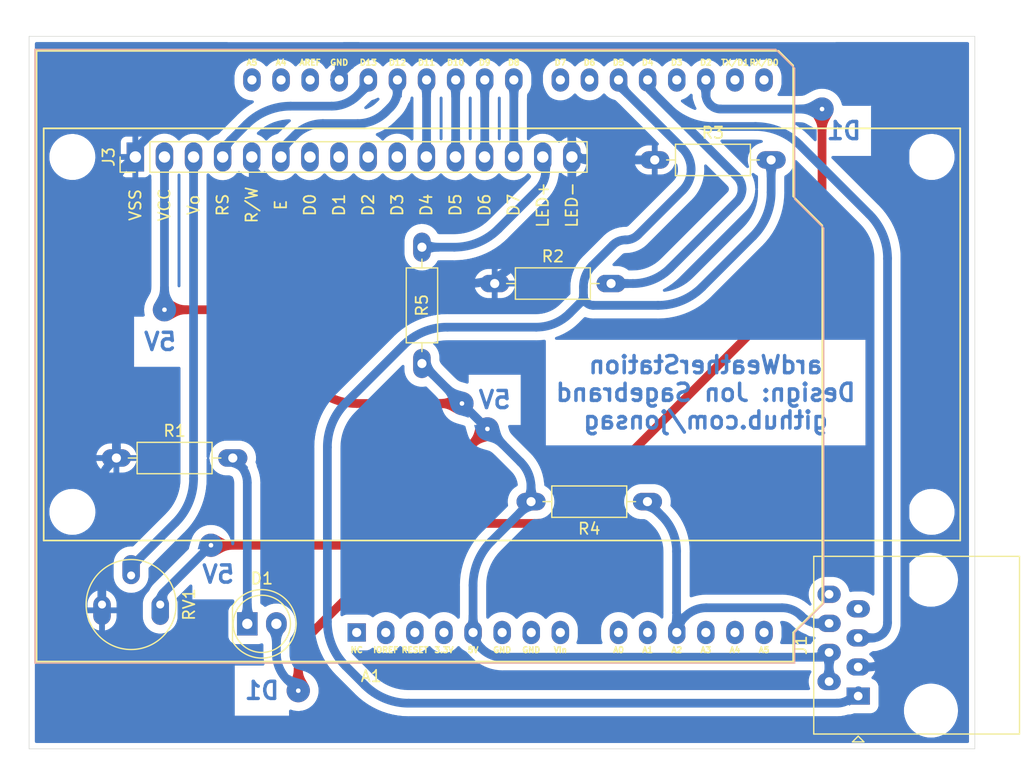
<source format=kicad_pcb>
(kicad_pcb (version 20211014) (generator pcbnew)
  (layers (0 "F.Cu" signal) (31 "B.Cu" signal) (34 "B.Paste" user) (35 "F.Paste" user) (36 "B.SilkS" user "B.Silkscreen") (37 "F.SilkS" user "F.Silkscreen") (38 "B.Mask" user) (39 "F.Mask" user) (44 "Edge.Cuts" user))
  (net 0 "")
  (net 1 "Net-(A1-Pad28)")
  (net 2 "Net-(A1-Pad27)")
  (net 3 "Net-(A1-Pad11)")
  (net 4 "Net-(A1-Pad26)")
  (net 5 "Net-(A1-Pad25)")
  (net 6 "Net-(A1-Pad24)")
  (net 7 "Net-(A1-Pad23)")
  (net 8 "Net-(A1-Pad20)")
  (net 9 "Net-(A1-Pad19)")
  (net 10 "Net-(A1-Pad17)")
  (net 11 "Net-(D1-Pad1)")
  (net 34 "Net-(J3-Pad3)")
  (net 39 "Net-(J3-Pad15)")
  (net 40 "/+5V")
  (net 41 "/GND")
  (footprint "My_Arduino:Arduino_UNO_R3_shield_large" (layer "F.Cu") (at 132.482488 59.055)
    (fp_text reference "A1")
    (fp_text value "Arduino_UNO_R3")
  )
  (footprint "My_Misc:LED_D5.0mm_large" (layer "F.Cu") (at 132.075 106.5595)
    (fp_text reference "D1")
    (fp_text value "LED")
  )
  (footprint "My_Misc:R_Axial_DIN0207_L6.3mm_D2.5mm_P10.16mm_Horizontal_larger_pads" (layer "F.Cu") (at 120.65 92.075)
    (fp_text reference "R1")
    (fp_text value "330R" hide)
  )
  (footprint "My_Misc:R_Axial_DIN0207_L6.3mm_D2.5mm_P10.16mm_Horizontal_larger_pads" (layer "F.Cu") (at 153.67 76.835)
    (fp_text reference "R2")
    (fp_text value "10k" hide)
  )
  (footprint "My_Misc:R_Axial_DIN0207_L6.3mm_D2.5mm_P10.16mm_Horizontal_larger_pads" (layer "F.Cu") (at 167.64 66.04)
    (fp_text reference "R3")
    (fp_text value "10k" hide)
  )
  (footprint "My_Misc:R_Axial_DIN0207_L6.3mm_D2.5mm_P10.16mm_Horizontal_larger_pads" (layer "F.Cu") (at 167.005 95.885 180)
    (fp_text reference "R4")
    (fp_text value "15k" hide)
  )
  (footprint "My_Misc:Potentiometer_Bourns_3339P_Vertical_large" (layer "F.Cu") (at 119.395 104.8715 -90)
    (fp_text reference "RV1")
    (fp_text value "10k")
  )
  (footprint "My_Parts:LCD_HD44780_16x2_w_headers_large" (layer "F.Cu") (at 122.305 65.78)
    (fp_text reference "J3")
    (fp_text value "16-pin_LCD_header" hide)
  )
  (footprint "My_Misc:RJ45_Amphenol_54602-x08_Horizontal_large" (layer "F.Cu") (at 185.4 112.8675 90)
    (fp_text reference "J1")
    (fp_text value "RJ45")
  )
  (footprint "My_Misc:R_Axial_DIN0207_L6.3mm_D2.5mm_P10.16mm_Horizontal_larger_pads" (layer "F.Cu") (at 147.32 73.66 -90)
    (fp_text reference "R5")
    (fp_text value "330R" hide)
  )
  (gr_line (start 195.58 117.475) (end 113.03 117.475) (layer "Edge.Cuts") (width 0.05))
  (gr_line (start 113.03 117.475) (end 113.03 55.245) (layer "Edge.Cuts") (width 0.05))
  (gr_line (start 113.03 55.245) (end 195.58 55.245) (layer "Edge.Cuts") (width 0.05))
  (gr_line (start 195.58 55.245) (end 195.58 117.475) (layer "Edge.Cuts") (width 0.05))
  (gr_text "ardWeatherStation\nDesign: Jon Sagebrand\ngithub.com/jonsag" (at 172.085 86.36) (layer "B.Cu") (effects (font (size 1.5 1.5) (thickness 0.3)) (justify mirror)))
  (gr_text "D1" (at 184.15 63.5) (layer "B.Cu") (effects (font (size 1.5 1.5) (thickness 0.3)) (justify mirror)))
  (gr_text "5V" (at 124.46 81.915) (layer "B.Cu") (effects (font (size 1.5 1.5) (thickness 0.3)) (justify mirror)))
  (gr_text "D1" (at 133.35 112.395) (layer "B.Cu") (effects (font (size 1.5 1.5) (thickness 0.3)) (justify mirror)))
  (gr_text "5V" (at 153.67 86.995) (layer "B.Cu") (effects (font (size 1.5 1.5) (thickness 0.3)) (justify mirror)))
  (gr_text "5V" (at 129.54 102.235) (layer "B.Cu") (effects (font (size 1.5 1.5) (thickness 0.3)) (justify mirror)))
  (segment (start 142.6425 59.258699) (end 142.6425 59.055) (width 0.762) (layer "B.Cu") (net 1))
  (segment (start 135.857483 61.34148) (end 139.434706 61.34148) (width 0.762) (layer "B.Cu") (net 1))
  (segment (start 130.175 65.405) (end 130.175 66.04) (width 0.762) (layer "B.Cu") (net 1))
  (segment (start 132.009726 62.935272) (end 130.624012 64.320987) (width 0.762) (layer "B.Cu") (net 1))
  (segment (start 142.498463 59.606434) (end 141.702959 60.401939) (width 0.762) (layer "B.Cu") (net 1))
  (arc (start 142.6425 59.258699) (mid 142.605066 59.446892) (end 142.498463 59.606434) (width 0.762) (layer "B.Cu") (net 1))
  (arc (start 135.857483 61.34148) (mid 133.775092 61.755693) (end 132.009726 62.935272) (width 0.762) (layer "B.Cu") (net 1))
  (arc (start 130.624012 64.320987) (mid 130.291694 64.818336) (end 130.175 65.405) (width 0.762) (layer "B.Cu") (net 1))
  (arc (start 141.702959 60.401939) (mid 140.662275 61.097301) (end 139.434706 61.34148) (width 0.762) (layer "B.Cu") (net 1))
  (segment (start 135.255 65.454301) (end 135.255 66.04) (width 0.762) (layer "B.Cu") (net 2))
  (segment (start 144.553882 61.461617) (end 144.1665 61.849) (width 0.762) (layer "B.Cu") (net 2))
  (segment (start 138.675362 62.865) (end 141.713659 62.865) (width 0.762) (layer "B.Cu") (net 2))
  (segment (start 136.2568 63.8668) (end 135.669151 64.45445) (width 0.762) (layer "B.Cu") (net 2))
  (segment (start 145.1825 59.944) (end 145.1825 59.055) (width 0.762) (layer "B.Cu") (net 2))
  (arc (start 138.675362 62.865) (mid 137.366446 63.125359) (end 136.2568 63.8668) (width 0.762) (layer "B.Cu") (net 2))
  (arc (start 145.1825 59.944) (mid 145.019127 60.765328) (end 144.553882 61.461617) (width 0.762) (layer "B.Cu") (net 2))
  (arc (start 144.1665 61.849) (mid 143.041126 62.60095) (end 141.713659 62.865) (width 0.762) (layer "B.Cu") (net 2))
  (arc (start 135.669151 64.45445) (mid 135.362634 64.913185) (end 135.255 65.454301) (width 0.762) (layer "B.Cu") (net 2))
  (segment (start 180.40149 105.83699) (end 180.453382 105.888882) (width 0.762) (layer "B.Cu") (net 3))
  (segment (start 181.971 106.5175) (end 182.86 106.5175) (width 0.762) (layer "B.Cu") (net 3))
  (segment (start 168.275 97.155) (end 167.005 95.885) (width 0.762) (layer "B.Cu") (net 3))
  (segment (start 169.545 105.602708) (end 169.545 100.221051) (width 0.762) (layer "B.Cu") (net 3))
  (segment (start 178.758593 105.15648) (end 172.145811 105.15648) (width 0.762) (layer "B.Cu") (net 3))
  (arc (start 169.545 105.602708) (mid 169.820464 106.014969) (end 170.30676 105.91824) (width 0.762) (layer "B.Cu") (net 3))
  (arc (start 180.40149 105.83699) (mid 179.647722 105.333338) (end 178.758593 105.15648) (width 0.762) (layer "B.Cu") (net 3))
  (arc (start 172.145811 105.15648) (mid 171.150523 105.354454) (end 170.30676 105.91824) (width 0.762) (layer "B.Cu") (net 3))
  (arc (start 180.453382 105.888882) (mid 181.149671 106.354127) (end 181.971 106.5175) (width 0.762) (layer "B.Cu") (net 3))
  (arc (start 168.275 97.155) (mid 169.214937 98.561716) (end 169.545 100.221051) (width 0.762) (layer "B.Cu") (net 3))
  (segment (start 147.7225 65.643097) (end 147.7225 59.055) (width 0.762) (layer "B.Cu") (net 4))
  (segment (start 147.83875 65.92375) (end 147.955 66.04) (width 0.762) (layer "B.Cu") (net 4))
  (arc (start 147.7225 65.643097) (mid 147.752712 65.794985) (end 147.83875 65.92375) (width 0.762) (layer "B.Cu") (net 4))
  (segment (start 150.2625 65.352889) (end 150.2625 59.055) (width 0.762) (layer "B.Cu") (net 5))
  (segment (start 150.06125 65.83875) (end 149.86 66.04) (width 0.762) (layer "B.Cu") (net 5))
  (arc (start 150.2625 65.352889) (mid 150.210196 65.615835) (end 150.06125 65.83875) (width 0.762) (layer "B.Cu") (net 5))
  (segment (start 152.91875 65.92375) (end 153.035 66.04) (width 0.762) (layer "B.Cu") (net 6))
  (segment (start 152.8025 65.643097) (end 152.8025 59.055) (width 0.762) (layer "B.Cu") (net 6))
  (arc (start 152.8025 65.643097) (mid 152.832712 65.794985) (end 152.91875 65.92375) (width 0.762) (layer "B.Cu") (net 6))
  (segment (start 155.14125 65.20375) (end 154.94 65.405) (width 0.762) (layer "B.Cu") (net 7))
  (segment (start 155.3425 64.717889) (end 155.3425 59.055) (width 0.762) (layer "B.Cu") (net 7))
  (arc (start 155.3425 64.717889) (mid 155.290196 64.980835) (end 155.14125 65.20375) (width 0.762) (layer "B.Cu") (net 7))
  (segment (start 160.21122 79.43874) (end 161.16396 78.486) (width 0.762) (layer "B.Cu") (net 8))
  (segment (start 177.8 68.866036) (end 177.8 66.04) (width 0.762) (layer "B.Cu") (net 8))
  (segment (start 157.29905 80.645) (end 149.547565 80.645) (width 0.762) (layer "B.Cu") (net 8))
  (segment (start 139.065 91.127565) (end 139.065 106.388558) (width 0.762) (layer "B.Cu") (net 8))
  (segment (start 161.41748 77.139301) (end 161.41748 77.873948) (width 0.762) (layer "B.Cu") (net 8))
  (segment (start 164.4825 59.258699) (end 164.4825 59.055) (width 0.762) (layer "B.Cu") (net 8))
  (segment (start 140.658792 87.279809) (end 145.699809 82.238792) (width 0.762) (layer "B.Cu") (net 8))
  (segment (start 176.206207 72.713792) (end 171.774272 77.145727) (width 0.762) (layer "B.Cu") (net 8))
  (segment (start 163.980255 73.483345) (end 162.190474 75.273127) (width 0.762) (layer "B.Cu") (net 8))
  (segment (start 170.054824 65.034722) (end 164.626536 59.606434) (width 0.762) (layer "B.Cu") (net 8))
  (segment (start 142.318705 111.896227) (end 140.658792 110.236314) (width 0.762) (layer "B.Cu") (net 8))
  (segment (start 170.054824 68.705175) (end 166.193345 72.566654) (width 0.762) (layer "B.Cu") (net 8))
  (segment (start 183.550683 113.49002) (end 146.166461 113.49002) (width 0.762) (layer "B.Cu") (net 8))
  (segment (start 167.926516 78.73952) (end 162.283051 78.73952) (width 0.762) (layer "B.Cu") (net 8))
  (segment (start 184.87249 112.94251) (end 185.42 112.395) (width 0.762) (layer "B.Cu") (net 8))
  (arc (start 161.671 78.486) (mid 161.951811 78.673632) (end 162.283051 78.73952) (width 0.762) (layer "B.Cu") (net 8))
  (arc (start 170.054824 65.034722) (mid 170.617436 65.876731) (end 170.815 66.869949) (width 0.762) (layer "B.Cu") (net 8))
  (arc (start 177.8 68.866036) (mid 177.385786 70.948426) (end 176.206207 72.713792) (width 0.762) (layer "B.Cu") (net 8))
  (arc (start 165.086801 73.025) (mid 164.487942 73.144119) (end 163.980255 73.483345) (width 0.762) (layer "B.Cu") (net 8))
  (arc (start 140.658792 87.279809) (mid 139.479213 89.045174) (end 139.065 91.127565) (width 0.762) (layer "B.Cu") (net 8))
  (arc (start 149.547565 80.645) (mid 147.465174 81.059213) (end 145.699809 82.238792) (width 0.762) (layer "B.Cu") (net 8))
  (arc (start 184.87249 112.94251) (mid 184.266039 113.347726) (end 183.550683 113.49002) (width 0.762) (layer "B.Cu") (net 8))
  (arc (start 170.815 66.869949) (mid 170.617436 67.863166) (end 170.054824 68.705175) (width 0.762) (layer "B.Cu") (net 8))
  (arc (start 171.774272 77.145727) (mid 170.008906 78.325306) (end 167.926516 78.73952) (width 0.762) (layer "B.Cu") (net 8))
  (arc (start 160.21122 79.43874) (mid 158.875105 80.331503) (end 157.29905 80.645) (width 0.762) (layer "B.Cu") (net 8))
  (arc (start 166.193345 72.566654) (mid 165.685658 72.905879) (end 165.086801 73.025) (width 0.762) (layer "B.Cu") (net 8))
  (arc (start 161.671 78.486) (mid 161.41748 78.380988) (end 161.16396 78.486) (width 0.762) (layer "B.Cu") (net 8))
  (arc (start 161.41748 77.873948) (mid 161.483367 78.205188) (end 161.671 78.486) (width 0.762) (layer "B.Cu") (net 8))
  (arc (start 164.4825 59.258699) (mid 164.519933 59.446892) (end 164.626536 59.606434) (width 0.762) (layer "B.Cu") (net 8))
  (arc (start 139.065 106.388558) (mid 139.479213 108.470948) (end 140.658792 110.236314) (width 0.762) (layer "B.Cu") (net 8))
  (arc (start 162.190474 75.273127) (mid 161.618374 76.129335) (end 161.41748 77.139301) (width 0.762) (layer "B.Cu") (net 8))
  (arc (start 161.16396 78.486) (mid 161.351592 78.205188) (end 161.41748 77.873948) (width 0.762) (layer "B.Cu") (net 8))
  (arc (start 142.318705 111.896227) (mid 144.08407 113.075806) (end 146.166461 113.49002) (width 0.762) (layer "B.Cu") (net 8))
  (segment (start 186.625042 107.7875) (end 185.4 107.7875) (width 0.762) (layer "B.Cu") (net 9))
  (segment (start 172.704503 63.11852) (end 176.434556 63.11852) (width 0.762) (layer "B.Cu") (net 9))
  (segment (start 167.253193 59.938193) (end 174.810987 67.495987) (width 0.762) (layer "B.Cu") (net 9))
  (segment (start 167.0225 59.38125) (end 167.0225 59.055) (width 0.762) (layer "B.Cu") (net 9))
  (segment (start 186.366207 70.796207) (end 180.282312 64.712312) (width 0.762) (layer "B.Cu") (net 9))
  (segment (start 165.735 76.835) (end 163.83 76.835) (width 0.762) (layer "B.Cu") (net 9))
  (segment (start 168.856747 61.524727) (end 167.223488 59.891468) (width 0.762) (layer "B.Cu") (net 9))
  (segment (start 174.810987 69.664012) (end 168.987038 75.487961) (width 0.762) (layer "B.Cu") (net 9))
  (segment (start 187.96 74.643963) (end 187.96 106.452542) (width 0.762) (layer "B.Cu") (net 9))
  (segment (start 167.005 59.36399) (end 167.005 59.055) (width 0.762) (layer "B.Cu") (net 9))
  (arc (start 187.569 107.3965) (mid 187.135908 107.685882) (end 186.625042 107.7875) (width 0.762) (layer "B.Cu") (net 9))
  (arc (start 180.282312 64.712312) (mid 178.516946 63.532733) (end 176.434556 63.11852) (width 0.762) (layer "B.Cu") (net 9))
  (arc (start 175.26 68.58) (mid 175.143305 69.166663) (end 174.810987 69.664012) (width 0.762) (layer "B.Cu") (net 9))
  (arc (start 187.96 106.452542) (mid 187.858382 106.963408) (end 187.569 107.3965) (width 0.762) (layer "B.Cu") (net 9))
  (arc (start 186.366207 70.796207) (mid 187.545786 72.561572) (end 187.96 74.643963) (width 0.762) (layer "B.Cu") (net 9))
  (arc (start 167.005 59.36399) (mid 167.061783 59.649459) (end 167.223488 59.891468) (width 0.762) (layer "B.Cu") (net 9))
  (arc (start 168.987038 75.487961) (mid 167.49499 76.484915) (end 165.735 76.835) (width 0.762) (layer "B.Cu") (net 9))
  (arc (start 174.810987 67.495987) (mid 175.143305 67.993336) (end 175.26 68.58) (width 0.762) (layer "B.Cu") (net 9))
  (arc (start 167.0225 59.38125) (mid 167.082455 59.682665) (end 167.253193 59.938193) (width 0.762) (layer "B.Cu") (net 9))
  (arc (start 168.856747 61.524727) (mid 170.622112 62.704306) (end 172.704503 63.11852) (width 0.762) (layer "B.Cu") (net 9))
  (segment (start 160.979272 96.195727) (end 180.651207 76.523792) (width 0.762) (layer "F.Cu") (net 10))
  (segment (start 149.516921 97.78952) (end 157.131516 97.78952) (width 0.762) (layer "F.Cu") (net 10))
  (segment (start 136.525 110.461239) (end 136.525 112.395) (width 0.762) (layer "F.Cu") (net 10))
  (segment (start 145.669165 99.383312) (end 137.892375 107.160102) (width 0.762) (layer "F.Cu") (net 10))
  (segment (start 182.245 72.676036) (end 182.245 61.595) (width 0.762) (layer "F.Cu") (net 10))
  (via (at 182.245 61.595) (size 2.032) (drill 0.4) (layers "F.Cu" "B.Cu") (net 10))
  (via (at 136.525 112.395) (size 2.032) (drill 0.4) (layers "F.Cu" "B.Cu") (net 10))
  (arc (start 160.979272 96.195727) (mid 159.213906 97.375306) (end 157.131516 97.78952) (width 0.762) (layer "F.Cu") (net 10))
  (arc (start 182.245 72.676036) (mid 181.830786 74.758426) (end 180.651207 76.523792) (width 0.762) (layer "F.Cu") (net 10))
  (arc (start 149.516921 97.78952) (mid 147.43453 98.203733) (end 145.669165 99.383312) (width 0.762) (layer "F.Cu") (net 10))
  (arc (start 137.892375 107.160102) (mid 136.880369 108.674676) (end 136.525 110.461239) (width 0.762) (layer "F.Cu") (net 10))
  (segment (start 134.615 109.134426) (end 134.615 106.5595) (width 0.762) (layer "B.Cu") (net 10))
  (segment (start 172.1025 60.294184) (end 172.1025 59.055) (width 0.762) (layer "B.Cu") (net 10))
  (segment (start 173.403315 61.595) (end 182.245 61.595) (width 0.762) (layer "B.Cu") (net 10))
  (segment (start 135.57 111.44) (end 136.525 112.395) (width 0.762) (layer "B.Cu") (net 10))
  (arc (start 172.4835 61.214) (mid 172.905514 61.495981) (end 173.403315 61.595) (width 0.762) (layer "B.Cu") (net 10))
  (arc (start 134.615 109.134426) (mid 134.863196 110.382193) (end 135.57 111.44) (width 0.762) (layer "B.Cu") (net 10))
  (arc (start 172.1025 60.294184) (mid 172.201518 60.791984) (end 172.4835 61.214) (width 0.762) (layer "B.Cu") (net 10))
  (segment (start 131.4425 92.7075) (end 130.81 92.075) (width 0.762) (layer "B.Cu") (net 11))
  (segment (start 132.075 94.23449) (end 132.075 106.5595) (width 0.762) (layer "B.Cu") (net 11))
  (arc (start 131.4425 92.7075) (mid 131.910618 93.408088) (end 132.075 94.23449) (width 0.762) (layer "B.Cu") (net 11))
  (segment (start 125.791207 97.728792) (end 121.92 101.6) (width 0.762) (layer "B.Cu") (net 34))
  (segment (start 127.385 93.881036) (end 127.385 65.78) (width 0.762) (layer "B.Cu") (net 34))
  (arc (start 127.385 93.881036) (mid 126.970786 95.963426) (end 125.791207 97.728792) (width 0.762) (layer "B.Cu") (net 34))
  (segment (start 158.115 66.9925) (end 158.115 66.04) (width 0.762) (layer "B.Cu") (net 39))
  (segment (start 150.146036 73.66) (end 147.32 73.66) (width 0.762) (layer "B.Cu") (net 39))
  (segment (start 157.44148 68.618519) (end 153.993792 72.066207) (width 0.762) (layer "B.Cu") (net 39))
  (arc (start 153.993792 72.066207) (mid 152.228426 73.245786) (end 150.146036 73.66) (width 0.762) (layer "B.Cu") (net 39))
  (arc (start 158.115 66.9925) (mid 157.939957 67.872495) (end 157.44148 68.618519) (width 0.762) (layer "B.Cu") (net 39))
  (segment (start 128.905 99.695) (end 140.621036 99.695) (width 0.762) (layer "F.Cu") (net 40))
  (segment (start 150.8125 87.3125) (end 141.636463 87.3125) (width 0.762) (layer "F.Cu") (net 40))
  (segment (start 153.035 89.535) (end 144.468792 98.101207) (width 0.762) (layer "F.Cu") (net 40))
  (segment (start 128.941036 79.125) (end 124.845 79.125) (width 0.762) (layer "F.Cu") (net 40))
  (segment (start 132.788792 80.718792) (end 137.788707 85.718707) (width 0.762) (layer "F.Cu") (net 40))
  (via (at 150.8125 87.3125) (size 2.032) (drill 0.4) (layers "F.Cu" "B.Cu") (net 40))
  (via (at 153.035 89.535) (size 2.032) (drill 0.4) (layers "F.Cu" "B.Cu") (net 40))
  (via (at 128.905 99.695) (size 2.032) (drill 0.4) (layers "F.Cu" "B.Cu") (net 40))
  (via (at 124.845 79.125) (size 2.032) (drill 0.4) (layers "F.Cu" "B.Cu") (net 40))
  (arc (start 132.788792 80.718792) (mid 131.023426 79.539213) (end 128.941036 79.125) (width 0.762) (layer "F.Cu") (net 40))
  (arc (start 137.788707 85.718707) (mid 139.554072 86.898286) (end 141.636463 87.3125) (width 0.762) (layer "F.Cu") (net 40))
  (arc (start 144.468792 98.101207) (mid 142.703426 99.280786) (end 140.621036 99.695) (width 0.762) (layer "F.Cu") (net 40))
  (segment (start 151.989506 108.174506) (end 152.52676 108.71176) (width 0.762) (layer "B.Cu") (net 40))
  (segment (start 153.376292 99.353706) (end 155.946974 96.783025) (width 0.762) (layer "B.Cu") (net 40))
  (segment (start 124.475 104.49825) (end 124.475 104.8715) (width 0.762) (layer "B.Cu") (net 40))
  (segment (start 124.845 79.125) (end 124.845 65.78) (width 0.762) (layer "B.Cu") (net 40))
  (segment (start 182.65199 109.26551) (end 182.86 109.0575) (width 0.762) (layer "B.Cu") (net 40))
  (segment (start 128.905 99.695) (end 124.738927 103.861072) (width 0.762) (layer "B.Cu") (net 40))
  (segment (start 153.9875 90.4875) (end 155.8925 92.3925) (width 0.762) (layer "B.Cu") (net 40))
  (segment (start 151.765 107.6325) (end 151.765 107.315) (width 0.762) (layer "B.Cu") (net 40))
  (segment (start 155.8925 92.3925) (end 155.946974 92.446974) (width 0.762) (layer "B.Cu") (net 40))
  (segment (start 182.86 109.254142) (end 182.86 111.5975) (width 0.762) (layer "B.Cu") (net 40))
  (segment (start 151.7825 103.201463) (end 151.7825 107.315) (width 0.762) (layer "B.Cu") (net 40))
  (segment (start 182.149809 109.47352) (end 154.365811 109.47352) (width 0.762) (layer "B.Cu") (net 40))
  (segment (start 150.8125 87.3125) (end 147.32 83.82) (width 0.762) (layer "B.Cu") (net 40))
  (segment (start 182.87 109.23) (end 182.88 109.22) (width 0.762) (layer "B.Cu") (net 40))
  (segment (start 153.9875 90.4875) (end 153.035 89.535) (width 0.762) (layer "B.Cu") (net 40))
  (segment (start 150.8125 87.3125) (end 153.035 89.535) (width 0.762) (layer "B.Cu") (net 40))
  (arc (start 182.65199 109.26551) (mid 182.421587 109.419459) (end 182.149809 109.47352) (width 0.762) (layer "B.Cu") (net 40))
  (arc (start 152.52676 108.71176) (mid 153.370523 109.275545) (end 154.365811 109.47352) (width 0.762) (layer "B.Cu") (net 40))
  (arc (start 151.765 107.6325) (mid 151.823347 107.925831) (end 151.989506 108.174506) (width 0.762) (layer "B.Cu") (net 40))
  (arc (start 153.376292 99.353706) (mid 152.196713 101.119072) (end 151.7825 103.201463) (width 0.762) (layer "B.Cu") (net 40))
  (arc (start 124.738927 103.861072) (mid 124.543592 104.153411) (end 124.475 104.49825) (width 0.762) (layer "B.Cu") (net 40))
  (arc (start 182.87 109.23) (mid 182.862598 109.241076) (end 182.86 109.254142) (width 0.762) (layer "B.Cu") (net 40))
  (arc (start 156.845 94.615) (mid 156.61161 95.788326) (end 155.946974 96.783025) (width 0.762) (layer "B.Cu") (net 40))
  (arc (start 155.946974 92.446974) (mid 156.61161 93.441672) (end 156.845 94.615) (width 0.762) (layer "B.Cu") (net 40))
  (segment (start 160.405 64.392449) (end 160.405 67.167551) (width 0.762) (layer "B.Cu") (net 41))
  (segment (start 158.291368 60.891266) (end 159.423853 62.023751) (width 0.762) (layer "B.Cu") (net 41))
  (segment (start 138.801684 56.515) (end 133.162565 56.515) (width 0.762) (layer "B.Cu") (net 41))
  (segment (start 121.285 66.675) (end 121.92 66.04) (width 0.762) (layer "B.Cu") (net 41))
  (segment (start 155.263792 75.241207) (end 158.877649 71.62735) (width 0.762) (layer "B.Cu") (net 41))
  (segment (start 155.963201 56.89648) (end 157.219758 56.89648) (width 0.762) (layer "B.Cu") (net 41))
  (segment (start 140.910207 75.241207) (end 132.82421 67.15521) (width 0.762) (layer "B.Cu") (net 41))
  (segment (start 160.9725 65.7225) (end 160.655 65.405) (width 0.762) (layer "B.Cu") (net 41))
  (segment (start 144.757963 76.835) (end 151.416036 76.835) (width 0.762) (layer "B.Cu") (net 41))
  (segment (start 139.7 59.052551) (end 139.7 59.055) (width 0.762) (layer "B.Cu") (net 41))
  (segment (start 187.950682 109.661251) (end 188.383977 109.227957) (width 0.762) (layer "B.Cu") (net 41))
  (segment (start 119.38 94.243025) (end 119.38 104.775) (width 0.762) (layer "B.Cu") (net 41))
  (segment (start 157.219758 56.89648) (end 181.642516 56.89648) (width 0.762) (layer "B.Cu") (net 41))
  (segment (start 187.889727 60.889727) (end 185.490272 58.490272) (width 0.762) (layer "B.Cu") (net 41))
  (segment (start 122.555 65.136801) (end 122.555 65.405) (width 0.762) (layer "B.Cu") (net 41))
  (segment (start 155.963201 56.89648) (end 143.376462 56.89648) (width 0.762) (layer "B.Cu") (net 41))
  (segment (start 139.701731 59.04837) (end 140.776811 57.973291) (width 0.762) (layer "B.Cu") (net 41))
  (segment (start 189.48352 64.737483) (end 189.48352 106.573425) (width 0.762) (layer "B.Cu") (net 41))
  (segment (start 186.342217 110.3275) (end 185.4 110.3275) (width 0.762) (layer "B.Cu") (net 41))
  (segment (start 129.314809 58.108792) (end 122.744645 64.678956) (width 0.762) (layer "B.Cu") (net 41))
  (segment (start 140.1025 57.815815) (end 140.1025 59.055) (width 0.762) (layer "B.Cu") (net 41))
  (segment (start 120.65 91.176974) (end 120.65 68.208025) (width 0.762) (layer "B.Cu") (net 41))
  (segment (start 132.465 66.288) (end 132.465 65.78) (width 0.762) (layer "B.Cu") (net 41))
  (segment (start 161.739012 66.04) (end 167.64 66.04) (width 0.762) (layer "B.Cu") (net 41))
  (segment (start 160.405 67.94) (end 160.405 67.167551) (width 0.762) (layer "B.Cu") (net 41))
  (segment (start 157.48 58.932449) (end 157.48 58.413278) (width 0.762) (layer "B.Cu") (net 41))
  (arc (start 157.03574 57.34074) (mid 156.543655 57.011939) (end 155.963201 56.89648) (width 0.762) (layer "B.Cu") (net 41))
  (arc (start 185.490272 58.490272) (mid 183.724906 57.310693) (end 181.642516 56.89648) (width 0.762) (layer "B.Cu") (net 41))
  (arc (start 187.950682 109.661251) (mid 187.212711 110.154347) (end 186.342217 110.3275) (width 0.762) (layer "B.Cu") (net 41))
  (arc (start 139.7215 56.896) (mid 140.003481 57.318014) (end 140.1025 57.815815) (width 0.762) (layer "B.Cu") (net 41))
  (arc (start 157.48 58.932449) (mid 157.690867 59.992553) (end 158.291368 60.891266) (width 0.762) (layer "B.Cu") (net 41))
  (arc (start 139.7215 56.896) (mid 139.299484 56.614018) (end 138.801684 56.515) (width 0.762) (layer "B.Cu") (net 41))
  (arc (start 160.405 67.94) (mid 160.008054 69.935579) (end 158.877649 71.62735) (width 0.762) (layer "B.Cu") (net 41))
  (arc (start 157.03574 57.34074) (mid 157.36454 57.832824) (end 157.48 58.413278) (width 0.762) (layer "B.Cu") (net 41))
  (arc (start 120.65 91.176974) (mid 120.484968 92.006641) (end 120.015 92.71) (width 0.762) (layer "B.Cu") (net 41))
  (arc (start 157.219758 56.89648) (mid 156.979326 57.057131) (end 157.03574 57.34074) (width 0.762) (layer "B.Cu") (net 41))
  (arc (start 140.910207 75.241207) (mid 142.675572 76.420786) (end 144.757963 76.835) (width 0.762) (layer "B.Cu") (net 41))
  (arc (start 132.465 66.288) (mid 132.558355 66.75733) (end 132.82421 67.15521) (width 0.762) (layer "B.Cu") (net 41))
  (arc (start 133.162565 56.515) (mid 131.080174 56.929213) (end 129.314809 58.108792) (width 0.762) (layer "B.Cu") (net 41))
  (arc (start 122.744645 64.678956) (mid 122.604287 64.889017) (end 122.555 65.136801) (width 0.762) (layer "B.Cu") (net 41))
  (arc (start 120.015 92.71) (mid 119.545031 93.413357) (end 119.38 94.243025) (width 0.762) (layer "B.Cu") (net 41))
  (arc (start 121.285 66.675) (mid 120.815031 67.378357) (end 120.65 68.208025) (width 0.762) (layer "B.Cu") (net 41))
  (arc (start 160.9725 65.7225) (mid 161.324178 65.957484) (end 161.739012 66.04) (width 0.762) (layer "B.Cu") (net 41))
  (arc (start 139.701731 59.04837) (mid 139.700449 59.050288) (end 139.7 59.052551) (width 0.762) (layer "B.Cu") (net 41))
  (arc (start 155.263792 75.241207) (mid 153.498426 76.420786) (end 151.416036 76.835) (width 0.762) (layer "B.Cu") (net 41))
  (arc (start 189.48352 106.573425) (mid 189.197758 108.010047) (end 188.383977 109.227957) (width 0.762) (layer "B.Cu") (net 41))
  (arc (start 159.423853 62.023751) (mid 160.150008 63.110518) (end 160.405 64.392449) (width 0.762) (layer "B.Cu") (net 41))
  (arc (start 143.376462 56.89648) (mid 141.969541 57.176334) (end 140.776811 57.973291) (width 0.762) (layer "B.Cu") (net 41))
  (arc (start 187.889727 60.889727) (mid 189.069306 62.655092) (end 189.48352 64.737483) (width 0.762) (layer "B.Cu") (net 41))
  (zone (net 10) (net_name "Net-(A1-Pad17)") (layer "F.Cu") (priority 16962) (connect_pads yes (clearance 0)) (min_thickness 0.0254) (fill yes (thermal_gap 0.508) (thermal_bridge_width 0.508))
    (polygon (pts (xy 136.144 110.369) (xy 136.137322 110.599253) (xy 136.117886 110.793775) (xy 136.086589 110.95997) (xy 136.044324 111.105243) (xy 135.991989 111.236997) (xy 135.930479 111.362636) (xy 135.860689 111.489566) (xy 135.783515 111.625189) (xy 135.699854 111.776911) (xy 135.6106 111.952136) (xy 136.525 112.903) (xy 137.4394 111.952136) (xy 137.350145 111.776911) (xy 137.266484 111.625189) (xy 137.18931 111.489566) (xy 137.11952 111.362636) (xy 137.05801 111.236997) (xy 137.005675 111.105243) (xy 136.96341 110.95997) (xy 136.932113 110.793775) (xy 136.912677 110.599253) (xy 136.906 110.369)))
  )
  (zone (net 10) (net_name "Net-(A1-Pad17)") (layer "F.Cu") (priority 16962) (connect_pads yes (clearance 0)) (min_thickness 0.0254) (fill yes (thermal_gap 0.508) (thermal_bridge_width 0.508))
    (polygon (pts (xy 182.626 63.621) (xy 182.632677 63.390746) (xy 182.652113 63.196224) (xy 182.68341 63.030029) (xy 182.725675 62.884756) (xy 182.77801 62.753002) (xy 182.83952 62.627363) (xy 182.90931 62.500433) (xy 182.986484 62.36481) (xy 183.070145 62.213088) (xy 183.1594 62.037864) (xy 182.245 61.087) (xy 181.3306 62.037864) (xy 181.419854 62.213088) (xy 181.503515 62.36481) (xy 181.580689 62.500433) (xy 181.650479 62.627363) (xy 181.711989 62.753002) (xy 181.764324 62.884756) (xy 181.806589 63.030029) (xy 181.837886 63.196224) (xy 181.857322 63.390746) (xy 181.864 63.621)))
  )
  (zone (net 40) (net_name "/+5V") (layer "F.Cu") (priority 16962) (connect_pads yes (clearance 0)) (min_thickness 0.0254) (fill yes (thermal_gap 0.508) (thermal_bridge_width 0.508))
    (polygon (pts (xy 148.7865 87.6935) (xy 149.016753 87.700177) (xy 149.211275 87.719613) (xy 149.37747 87.75091) (xy 149.522743 87.793175) (xy 149.654497 87.84551) (xy 149.780136 87.90702) (xy 149.907066 87.97681) (xy 150.042689 88.053984) (xy 150.194411 88.137645) (xy 150.369636 88.2269) (xy 151.3205 87.3125) (xy 150.369636 86.3981) (xy 150.194411 86.487354) (xy 150.042689 86.571015) (xy 149.907066 86.648189) (xy 149.780136 86.717979) (xy 149.654497 86.779489) (xy 149.522743 86.831824) (xy 149.37747 86.874089) (xy 149.211275 86.905386) (xy 149.016753 86.924822) (xy 148.7865 86.9315)))
  )
  (zone (net 40) (net_name "/+5V") (layer "F.Cu") (priority 16962) (connect_pads yes (clearance 0)) (min_thickness 0.0254) (fill yes (thermal_gap 0.508) (thermal_bridge_width 0.508))
    (polygon (pts (xy 151.871811 91.237005) (xy 152.039346 91.078913) (xy 152.190636 90.955108) (xy 152.330285 90.859721) (xy 152.462893 90.786883) (xy 152.593064 90.730726) (xy 152.725399 90.68538) (xy 152.8645 90.644976) (xy 153.01497 90.603645) (xy 153.181411 90.55552) (xy 153.368426 90.49473) (xy 153.39421 89.17579) (xy 152.07527 89.201574) (xy 152.014479 89.388588) (xy 151.966354 89.555029) (xy 151.925023 89.705499) (xy 151.884619 89.8446) (xy 151.839273 89.976935) (xy 151.783116 90.107106) (xy 151.710278 90.239714) (xy 151.614891 90.379363) (xy 151.491086 90.530653) (xy 151.332995 90.698189)))
  )
  (zone (net 40) (net_name "/+5V") (layer "F.Cu") (priority 16962) (connect_pads yes (clearance 0)) (min_thickness 0.0254) (fill yes (thermal_gap 0.508) (thermal_bridge_width 0.508))
    (polygon (pts (xy 130.931 99.314) (xy 130.700746 99.307322) (xy 130.506224 99.287886) (xy 130.340029 99.256589) (xy 130.194756 99.214324) (xy 130.063002 99.161989) (xy 129.937363 99.100479) (xy 129.810433 99.030689) (xy 129.67481 98.953515) (xy 129.523088 98.869854) (xy 129.347864 98.7806) (xy 128.397 99.695) (xy 129.347864 100.6094) (xy 129.523088 100.520145) (xy 129.67481 100.436484) (xy 129.810433 100.35931) (xy 129.937363 100.28952) (xy 130.063002 100.22801) (xy 130.194756 100.175675) (xy 130.340029 100.13341) (xy 130.506224 100.102113) (xy 130.700746 100.082677) (xy 130.931 100.076)))
  )
  (zone (net 40) (net_name "/+5V") (layer "F.Cu") (priority 16962) (connect_pads yes (clearance 0)) (min_thickness 0.0254) (fill yes (thermal_gap 0.508) (thermal_bridge_width 0.508))
    (polygon (pts (xy 126.871 78.744) (xy 126.640746 78.737322) (xy 126.446224 78.717886) (xy 126.280029 78.686589) (xy 126.134756 78.644324) (xy 126.003002 78.591989) (xy 125.877363 78.530479) (xy 125.750433 78.460689) (xy 125.61481 78.383515) (xy 125.463088 78.299854) (xy 125.287864 78.2106) (xy 124.337 79.125) (xy 125.287864 80.0394) (xy 125.463088 79.950145) (xy 125.61481 79.866484) (xy 125.750433 79.78931) (xy 125.877363 79.71952) (xy 126.003002 79.65801) (xy 126.134756 79.605675) (xy 126.280029 79.56341) (xy 126.446224 79.532113) (xy 126.640746 79.512677) (xy 126.871 79.506)))
  )
  (zone (net 34) (net_name "Net-(J3-Pad3)") (layer "B.Cu") (priority 16962) (connect_pads yes (clearance 0)) (min_thickness 0.0254) (fill yes (thermal_gap 0.508) (thermal_bridge_width 0.508))
    (polygon (pts (xy 127.766 67.302) (xy 127.768752 67.131387) (xy 127.77714 66.984876) (xy 127.791361 66.857729) (xy 127.811612 66.745212) (xy 127.838091 66.642589) (xy 127.870994 66.545125) (xy 127.91052 66.448084) (xy 127.956864 66.346731) (xy 128.010225 66.236331) (xy 128.0708 66.112148) (xy 127.385 65.399) (xy 126.6992 66.112148) (xy 126.759774 66.236331) (xy 126.813135 66.346731) (xy 126.859479 66.448084) (xy 126.899005 66.545125) (xy 126.931908 66.642589) (xy 126.958387 66.745212) (xy 126.978638 66.857729) (xy 126.992859 66.984876) (xy 127.001247 67.131387) (xy 127.004 67.302)))
  )
  (zone (net 6) (net_name "Net-(A1-Pad24)") (layer "B.Cu") (priority 16962) (connect_pads yes (clearance 0)) (min_thickness 0.0254) (fill yes (thermal_gap 0.508) (thermal_bridge_width 0.508))
    (polygon (pts (xy 152.4215 64.2855) (xy 152.418571 64.45056) (xy 152.409692 64.592271) (xy 152.394718 64.715184) (xy 152.373509 64.823851) (xy 152.345922 64.922823) (xy 152.311814 65.016652) (xy 152.271042 65.10989) (xy 152.223466 65.207087) (xy 152.168942 65.312796) (xy 152.107329 65.431568) (xy 152.775901 66.160891) (xy 153.478537 65.464327) (xy 153.421344 65.34022) (xy 153.370528 65.230175) (xy 153.326006 65.129435) (xy 153.287693 65.033248) (xy 153.255506 64.93686) (xy 153.229359 64.835515) (xy 153.209169 64.724461) (xy 153.194852 64.598943) (xy 153.186324 64.454207) (xy 153.1835 64.2855)))
  )
  (zone (net 11) (net_name "Net-(D1-Pad1)") (layer "B.Cu") (priority 16962) (connect_pads yes (clearance 0)) (min_thickness 0.0254) (fill yes (thermal_gap 0.508) (thermal_bridge_width 0.508))
    (polygon (pts (xy 131.694 104.7695) (xy 131.689099 104.971591) (xy 131.674669 105.143367) (xy 131.651116 105.291001) (xy 131.618848 105.42067) (xy 131.578271 105.538547) (xy 131.529792 105.650809) (xy 131.473819 105.76363) (xy 131.410757 105.883185) (xy 131.341015 106.01565) (xy 131.265 106.1672) (xy 132.075 107.0095) (xy 132.885 106.1672) (xy 132.808984 106.01565) (xy 132.739242 105.883185) (xy 132.67618 105.76363) (xy 132.620207 105.650809) (xy 132.571728 105.538547) (xy 132.531151 105.42067) (xy 132.498883 105.291001) (xy 132.47533 105.143367) (xy 132.4609 104.971591) (xy 132.456 104.7695)))
  )
  (zone (net 5) (net_name "Net-(A1-Pad25)") (layer "B.Cu") (priority 16962) (connect_pads yes (clearance 0)) (min_thickness 0.0254) (fill yes (thermal_gap 0.508) (thermal_bridge_width 0.508))
    (polygon (pts (xy 150.6435 60.577) (xy 150.646252 60.406387) (xy 150.65464 60.259876) (xy 150.668861 60.132729) (xy 150.689112 60.020212) (xy 150.715591 59.917589) (xy 150.748494 59.820125) (xy 150.78802 59.723084) (xy 150.834364 59.621731) (xy 150.887725 59.511331) (xy 150.9483 59.387148) (xy 150.2625 58.674) (xy 149.5767 59.387148) (xy 149.637274 59.511331) (xy 149.690635 59.621731) (xy 149.736979 59.723084) (xy 149.776505 59.820125) (xy 149.809408 59.917589) (xy 149.835887 60.020212) (xy 149.856138 60.132729) (xy 149.870359 60.259876) (xy 149.878747 60.406387) (xy 149.8815 60.577)))
  )
  (zone (net 3) (net_name "Net-(A1-Pad11)") (layer "B.Cu") (priority 16962) (connect_pads yes (clearance 0)) (min_thickness 0.0254) (fill yes (thermal_gap 0.508) (thermal_bridge_width 0.508))
    (polygon (pts (xy 169.934615 105.751569) (xy 169.801791 105.887575) (xy 169.690972 106.007035) (xy 169.597382 106.113358) (xy 169.516247 106.209953) (xy 169.442795 106.300231) (xy 169.372252 106.3876) (xy 169.299842 106.47547) (xy 169.220794 106.567252) (xy 169.130333 106.666353) (xy 169.023685 106.776185) (xy 169.511157 107.692524) (xy 170.286804 107.0783) (xy 170.259852 106.989156) (xy 170.240096 106.905619) (xy 170.22864 106.826448) (xy 170.226585 106.750404) (xy 170.235035 106.676247) (xy 170.25509 106.602738) (xy 170.287856 106.528636) (xy 170.334432 106.452703) (xy 170.395923 106.373699) (xy 170.473431 106.290385)))
  )
  (zone (net 40) (net_name "/+5V") (layer "B.Cu") (priority 16962) (connect_pads yes (clearance 0)) (min_thickness 0.0254) (fill yes (thermal_gap 0.508) (thermal_bridge_width 0.508))
    (polygon (pts (xy 152.514505 88.475689) (xy 152.356413 88.308153) (xy 152.232608 88.156863) (xy 152.137221 88.017214) (xy 152.064383 87.884606) (xy 152.008226 87.754435) (xy 151.96288 87.6221) (xy 151.922476 87.482999) (xy 151.881145 87.332529) (xy 151.83302 87.166088) (xy 151.77223 86.979074) (xy 150.45329 86.95329) (xy 150.479074 88.27223) (xy 150.666088 88.33302) (xy 150.832529 88.381145) (xy 150.982999 88.422476) (xy 151.1221 88.46288) (xy 151.254435 88.508226) (xy 151.384606 88.564383) (xy 151.517214 88.637221) (xy 151.656863 88.732608) (xy 151.808153 88.856413) (xy 151.975689 89.014505)))
  )
  (zone (net 1) (net_name "Net-(A1-Pad28)") (layer "B.Cu") (priority 16962) (connect_pads yes (clearance 0)) (min_thickness 0.0254) (fill yes (thermal_gap 0.508) (thermal_bridge_width 0.508))
    (polygon (pts (xy 142.076109 60.567605) (xy 142.216818 60.429107) (xy 142.339537 60.312615) (xy 142.448196 60.213584) (xy 142.546728 60.127469) (xy 142.639063 60.049724) (xy 142.729132 59.975806) (xy 142.820868 59.901168) (xy 142.918202 59.821267) (xy 143.025064 59.731556) (xy 143.145387 59.627492) (xy 142.790519 58.703929) (xy 141.881531 59.094621) (xy 141.886427 59.207912) (xy 141.887472 59.310696) (xy 141.882833 59.405257) (xy 141.870677 59.493877) (xy 141.849172 59.578843) (xy 141.816487 59.662437) (xy 141.770789 59.746945) (xy 141.710245 59.83465) (xy 141.633024 59.927836) (xy 141.537293 60.028789)))
  )
  (zone (net 7) (net_name "Net-(A1-Pad23)") (layer "B.Cu") (priority 16962) (connect_pads yes (clearance 0)) (min_thickness 0.0254) (fill yes (thermal_gap 0.508) (thermal_bridge_width 0.508))
    (polygon (pts (xy 154.9615 64.259721) (xy 154.958361 64.430101) (xy 154.948917 64.576244) (xy 154.93312 64.702913) (xy 154.910927 64.81487) (xy 154.882292 64.916877) (xy 154.84717 65.013697) (xy 154.805515 65.110091) (xy 154.757284 65.210823) (xy 154.70243 65.320654) (xy 154.640909 65.444348) (xy 155.323051 66.160995) (xy 156.01249 65.451365) (xy 155.952996 65.327021) (xy 155.901206 65.216365) (xy 155.856782 65.114695) (xy 155.819383 65.01731) (xy 155.78867 64.919509) (xy 155.764303 64.816591) (xy 155.745942 64.703854) (xy 155.733247 64.576598) (xy 155.72588 64.43012) (xy 155.7235 64.259721)))
  )
  (zone (net 11) (net_name "Net-(D1-Pad1)") (layer "B.Cu") (priority 16962) (connect_pads yes (clearance 0)) (min_thickness 0.0254) (fill yes (thermal_gap 0.508) (thermal_bridge_width 0.508))
    (polygon (pts (xy 132.155624 92.881808) (xy 132.036929 92.759221) (xy 131.939261 92.64969) (xy 131.85941 92.549728) (xy 131.794168 92.455847) (xy 131.740326 92.364559) (xy 131.694675 92.272375) (xy 131.654005 92.175808) (xy 131.615109 92.07137) (xy 131.574776 91.955574) (xy 131.529798 91.824931) (xy 130.540593 91.805593) (xy 130.559931 92.794798) (xy 130.690574 92.839776) (xy 130.80637 92.880109) (xy 130.910808 92.919005) (xy 131.007375 92.959675) (xy 131.099559 93.005326) (xy 131.190847 93.059168) (xy 131.284728 93.12441) (xy 131.38469 93.204261) (xy 131.494221 93.301929) (xy 131.616808 93.420624)))
  )
  (zone (net 8) (net_name "Net-(A1-Pad20)") (layer "B.Cu") (priority 16962) (connect_pads yes (clearance 0)) (min_thickness 0.0254) (fill yes (thermal_gap 0.508) (thermal_bridge_width 0.508))
    (polygon (pts (xy 165.587707 60.028789) (xy 165.491975 59.927836) (xy 165.414754 59.83465) (xy 165.35421 59.746945) (xy 165.308512 59.662437) (xy 165.275827 59.578843) (xy 165.254322 59.493877) (xy 165.242166 59.405257) (xy 165.237527 59.310696) (xy 165.238572 59.207912) (xy 165.243469 59.094621) (xy 164.334481 58.703929) (xy 163.979613 59.627492) (xy 164.099935 59.731556) (xy 164.206797 59.821267) (xy 164.304131 59.901168) (xy 164.395867 59.975806) (xy 164.485936 60.049724) (xy 164.578271 60.127469) (xy 164.676803 60.213584) (xy 164.785462 60.312615) (xy 164.908181 60.429107) (xy 165.048891 60.567605)))
  )
  (zone (net 34) (net_name "Net-(J3-Pad3)") (layer "B.Cu") (priority 16962) (connect_pads yes (clearance 0)) (min_thickness 0.0254) (fill yes (thermal_gap 0.508) (thermal_bridge_width 0.508))
    (polygon (pts (xy 122.224762 100.756422) (xy 122.097704 100.889294) (xy 121.994484 101.008298) (xy 121.909846 101.116197) (xy 121.838533 101.215755) (xy 121.775291 101.309735) (xy 121.714863 101.4009) (xy 121.651994 101.492014) (xy 121.581429 101.585841) (xy 121.497911 101.685143) (xy 121.396185 101.792685) (xy 121.924891 102.712365) (xy 122.629371 102.017666) (xy 122.596699 101.939369) (xy 122.571905 101.864626) (xy 122.555876 101.792608) (xy 122.549499 101.722487) (xy 122.55366 101.653435) (xy 122.569246 101.584625) (xy 122.597144 101.515228) (xy 122.638241 101.444417) (xy 122.693423 101.371362) (xy 122.763578 101.295238)))
  )
  (zone (net 40) (net_name "/+5V") (layer "B.Cu") (priority 16962) (connect_pads yes (clearance 0)) (min_thickness 0.0254) (fill yes (thermal_gap 0.508) (thermal_bridge_width 0.508))
    (polygon (pts (xy 181.48398 109.85452) (xy 181.674983 109.853203) (xy 181.838781 109.849629) (xy 181.981125 109.844363) (xy 182.107767 109.837968) (xy 182.22446 109.83101) (xy 182.336955 109.824051) (xy 182.451005 109.817656) (xy 182.572361 109.81239) (xy 182.706775 109.808816) (xy 182.86 109.8075) (xy 183.172324 108.849946) (xy 182.214125 108.676259) (xy 182.163669 108.757979) (xy 182.113176 108.830271) (xy 182.060781 108.893327) (xy 182.004616 108.947344) (xy 181.942816 108.992515) (xy 181.873515 109.029036) (xy 181.794847 109.057103) (xy 181.704945 109.076909) (xy 181.601945 109.088649) (xy 181.48398 109.09252)))
  )
  (zone (net 40) (net_name "/+5V") (layer "B.Cu") (priority 16962) (connect_pads yes (clearance 0)) (min_thickness 0.0254) (fill yes (thermal_gap 0.508) (thermal_bridge_width 0.508))
    (polygon (pts (xy 154.737005 90.698189) (xy 154.578913 90.530653) (xy 154.455108 90.379363) (xy 154.359721 90.239714) (xy 154.286883 90.107106) (xy 154.230726 89.976935) (xy 154.18538 89.8446) (xy 154.144976 89.705499) (xy 154.103645 89.555029) (xy 154.05552 89.388588) (xy 153.99473 89.201574) (xy 152.67579 89.17579) (xy 152.701574 90.49473) (xy 152.888588 90.55552) (xy 153.055029 90.603645) (xy 153.205499 90.644976) (xy 153.3446 90.68538) (xy 153.476935 90.730726) (xy 153.607106 90.786883) (xy 153.739714 90.859721) (xy 153.879363 90.955108) (xy 154.030653 91.078913) (xy 154.198189 91.237005)))
  )
  (zone (net 9) (net_name "Net-(A1-Pad19)") (layer "B.Cu") (priority 16962) (connect_pads yes (clearance 0)) (min_thickness 0.0254) (fill yes (thermal_gap 0.508) (thermal_bridge_width 0.508))
    (polygon (pts (xy 186.89 107.4065) (xy 186.723287 107.403892) (xy 186.579995 107.395922) (xy 186.455541 107.382368) (xy 186.345342 107.363007) (xy 186.244817 107.337619) (xy 186.149383 107.305981) (xy 186.054459 107.267872) (xy 185.955461 107.22307) (xy 185.847807 107.171353) (xy 185.726917 107.1125) (xy 185.025 107.7875) (xy 185.726917 108.4625) (xy 185.847807 108.403646) (xy 185.955461 108.351929) (xy 186.054459 108.307127) (xy 186.149383 108.269018) (xy 186.244817 108.23738) (xy 186.345342 108.211992) (xy 186.455541 108.192631) (xy 186.579995 108.179077) (xy 186.723287 108.171107) (xy 186.89 108.1685)))
  )
  (zone (net 41) (net_name "/GND") (layer "B.Cu") (connect_pads (clearance 0.508)) (min_thickness 0.254) (fill yes (thermal_gap 0.508) (thermal_bridge_width 0.508))
    (polygon (pts (xy 196.85 118.745) (xy 111.76 118.745) (xy 111.76 53.975) (xy 196.85 53.975)))
  )
  (zone (net 40) (net_name "/+5V") (layer "B.Cu") (priority 16962) (connect_pads yes (clearance 0)) (min_thickness 0.0254) (fill yes (thermal_gap 0.508) (thermal_bridge_width 0.508))
    (polygon (pts (xy 152.693431 108.339615) (xy 152.615923 108.2563) (xy 152.554432 108.177296) (xy 152.507856 108.101363) (xy 152.47509 108.027261) (xy 152.455035 107.953752) (xy 152.446585 107.879595) (xy 152.44864 107.803551) (xy 152.460096 107.72438) (xy 152.479852 107.640843) (xy 152.506804 107.5517) (xy 151.731157 106.937476) (xy 151.243685 107.853815) (xy 151.350333 107.963646) (xy 151.440794 108.062747) (xy 151.519842 108.154529) (xy 151.592252 108.242399) (xy 151.662795 108.329768) (xy 151.736247 108.420046) (xy 151.817382 108.516641) (xy 151.910972 108.622964) (xy 152.021791 108.742424) (xy 152.154615 108.878431)))
  )
  (zone (net 7) (net_name "Net-(A1-Pad23)") (layer "B.Cu") (priority 16962) (connect_pads yes (clearance 0)) (min_thickness 0.0254) (fill yes (thermal_gap 0.508) (thermal_bridge_width 0.508))
    (polygon (pts (xy 155.7235 60.577) (xy 155.726252 60.406387) (xy 155.73464 60.259876) (xy 155.748861 60.132729) (xy 155.769112 60.020212) (xy 155.795591 59.917589) (xy 155.828494 59.820125) (xy 155.86802 59.723084) (xy 155.914364 59.621731) (xy 155.967725 59.511331) (xy 156.0283 59.387148) (xy 155.3425 58.674) (xy 154.6567 59.387148) (xy 154.717274 59.511331) (xy 154.770635 59.621731) (xy 154.816979 59.723084) (xy 154.856505 59.820125) (xy 154.889408 59.917589) (xy 154.915887 60.020212) (xy 154.936138 60.132729) (xy 154.950359 60.259876) (xy 154.958747 60.406387) (xy 154.9615 60.577)))
  )
  (zone (net 39) (net_name "Net-(J3-Pad15)") (layer "B.Cu") (priority 16962) (connect_pads yes (clearance 0)) (min_thickness 0.0254) (fill yes (thermal_gap 0.508) (thermal_bridge_width 0.508))
    (polygon (pts (xy 158.496 67.262) (xy 158.497761 67.068035) (xy 158.502822 66.90188) (xy 158.510847 66.757659) (xy 158.521499 66.629498) (xy 158.534444 66.511523) (xy 158.549345 66.397858) (xy 158.565868 66.28263) (xy 158.583676 66.159965) (xy 158.602433 66.023986) (xy 158.621805 65.868821) (xy 157.740028 65.42008) (xy 157.326092 66.318721) (xy 157.408135 66.401905) (xy 157.480114 66.479131) (xy 157.542366 66.553562) (xy 157.595226 66.62836) (xy 157.63903 66.706689) (xy 157.674116 66.791712) (xy 157.70082 66.886591) (xy 157.719477 66.99449) (xy 157.730425 67.118572) (xy 157.734 67.262)))
  )
  (zone (net 2) (net_name "Net-(A1-Pad27)") (layer "B.Cu") (priority 16962) (connect_pads yes (clearance 0)) (min_thickness 0.0254) (fill yes (thermal_gap 0.508) (thermal_bridge_width 0.508))
    (polygon (pts (xy 135.240577 64.344211) (xy 135.136833 64.453779) (xy 135.053167 64.552917) (xy 134.984859 64.643338) (xy 134.927186 64.726757) (xy 134.875429 64.804887) (xy 134.824866 64.879444) (xy 134.770777 64.952141) (xy 134.708441 65.024693) (xy 134.633136 65.098814) (xy 134.540143 65.176219) (xy 134.834612 66.120776) (xy 135.766939 65.789616) (xy 135.759744 65.684764) (xy 135.739217 65.586849) (xy 135.711061 65.494452) (xy 135.680978 65.406155) (xy 135.654671 65.320539) (xy 135.637844 65.236185) (xy 135.6362 65.151675) (xy 135.65544 65.065591) (xy 135.70127 64.976513) (xy 135.779391 64.883025)))
  )
  (zone (net 4) (net_name "Net-(A1-Pad26)") (layer "B.Cu") (priority 16962) (connect_pads yes (clearance 0)) (min_thickness 0.0254) (fill yes (thermal_gap 0.508) (thermal_bridge_width 0.508))
    (polygon (pts (xy 147.3415 64.2855) (xy 147.338571 64.45056) (xy 147.329692 64.592271) (xy 147.314718 64.715184) (xy 147.293509 64.823851) (xy 147.265922 64.922823) (xy 147.231814 65.016652) (xy 147.191042 65.10989) (xy 147.143466 65.207087) (xy 147.088942 65.312796) (xy 147.027329 65.431568) (xy 147.695901 66.160891) (xy 148.398537 65.464327) (xy 148.341344 65.34022) (xy 148.290528 65.230175) (xy 148.246006 65.129435) (xy 148.207693 65.033248) (xy 148.175506 64.93686) (xy 148.149359 64.835515) (xy 148.129169 64.724461) (xy 148.114852 64.598943) (xy 148.106324 64.454207) (xy 148.1035 64.2855)))
  )
  (zone (net 40) (net_name "/+5V") (layer "B.Cu") (priority 16962) (connect_pads yes (clearance 0)) (min_thickness 0.0254) (fill yes (thermal_gap 0.508) (thermal_bridge_width 0.508))
    (polygon (pts (xy 151.332995 88.371811) (xy 151.491086 88.539346) (xy 151.614891 88.690636) (xy 151.710278 88.830285) (xy 151.783116 88.962893) (xy 151.839273 89.093064) (xy 151.884619 89.225399) (xy 151.925023 89.3645) (xy 151.966354 89.51497) (xy 152.014479 89.681411) (xy 152.07527 89.868426) (xy 153.39421 89.89421) (xy 153.368426 88.57527) (xy 153.181411 88.514479) (xy 153.01497 88.466354) (xy 152.8645 88.425023) (xy 152.725399 88.384619) (xy 152.593064 88.339273) (xy 152.462893 88.283116) (xy 152.330285 88.210278) (xy 152.190636 88.114891) (xy 152.039346 87.991086) (xy 151.871811 87.832995)))
  )
  (zone (net 10) (net_name "Net-(A1-Pad17)") (layer "B.Cu") (priority 16962) (connect_pads yes (clearance 0)) (min_thickness 0.0254) (fill yes (thermal_gap 0.508) (thermal_bridge_width 0.508))
    (polygon (pts (xy 134.822995 111.231811) (xy 134.981086 111.399346) (xy 135.104891 111.550636) (xy 135.200278 111.690285) (xy 135.273116 111.822893) (xy 135.329273 111.953064) (xy 135.374619 112.085399) (xy 135.415023 112.2245) (xy 135.456354 112.37497) (xy 135.504479 112.541411) (xy 135.56527 112.728426) (xy 136.88421 112.75421) (xy 136.858426 111.43527) (xy 136.671411 111.374479) (xy 136.50497 111.326354) (xy 136.3545 111.285023) (xy 136.215399 111.244619) (xy 136.083064 111.199273) (xy 135.952893 111.143116) (xy 135.820285 111.070278) (xy 135.680636 110.974891) (xy 135.529346 110.851086) (xy 135.361811 110.692995)))
  )
  (zone (net 40) (net_name "/+5V") (layer "B.Cu") (priority 16962) (connect_pads yes (clearance 0)) (min_thickness 0.0254) (fill yes (thermal_gap 0.508) (thermal_bridge_width 0.508))
    (polygon (pts (xy 182.479 110.1075) (xy 182.476392 110.274212) (xy 182.468422 110.417504) (xy 182.454868 110.541958) (xy 182.435507 110.652157) (xy 182.410119 110.752682) (xy 182.378481 110.848116) (xy 182.340372 110.94304) (xy 182.29557 111.042038) (xy 182.243853 111.149692) (xy 182.185 111.270583) (xy 182.86 111.9725) (xy 183.535 111.270583) (xy 183.476146 111.149692) (xy 183.424429 111.042038) (xy 183.379627 110.94304) (xy 183.341518 110.848116) (xy 183.30988 110.752682) (xy 183.284492 110.652157) (xy 183.265131 110.541958) (xy 183.251577 110.417504) (xy 183.243607 110.274212) (xy 183.241 110.1075)))
  )
  (zone (net 8) (net_name "Net-(A1-Pad20)") (layer "B.Cu") (priority 16962) (connect_pads yes (clearance 0)) (min_thickness 0.0254) (fill yes (thermal_gap 0.508) (thermal_bridge_width 0.508))
    (polygon (pts (xy 178.181 67.562) (xy 178.183752 67.391387) (xy 178.19214 67.244876) (xy 178.206361 67.117729) (xy 178.226612 67.005212) (xy 178.253091 66.902589) (xy 178.285994 66.805125) (xy 178.32552 66.708084) (xy 178.371864 66.606731) (xy 178.425225 66.496331) (xy 178.4858 66.372148) (xy 177.8 65.659) (xy 177.1142 66.372148) (xy 177.174774 66.496331) (xy 177.228135 66.606731) (xy 177.274479 66.708084) (xy 177.314005 66.805125) (xy 177.346908 66.902589) (xy 177.373387 67.005212) (xy 177.393638 67.117729) (xy 177.407859 67.244876) (xy 177.416247 67.391387) (xy 177.419 67.562)))
  )
  (zone (net 10) (net_name "Net-(A1-Pad17)") (layer "B.Cu") (priority 16962) (connect_pads yes (clearance 0)) (min_thickness 0.0254) (fill yes (thermal_gap 0.508) (thermal_bridge_width 0.508))
    (polygon (pts (xy 180.219 61.976) (xy 180.449253 61.982677) (xy 180.643775 62.002113) (xy 180.80997 62.03341) (xy 180.955243 62.075675) (xy 181.086997 62.12801) (xy 181.212636 62.18952) (xy 181.339566 62.25931) (xy 181.475189 62.336484) (xy 181.626911 62.420145) (xy 181.802136 62.5094) (xy 182.753 61.595) (xy 181.802136 60.6806) (xy 181.626911 60.769854) (xy 181.475189 60.853515) (xy 181.339566 60.930689) (xy 181.212636 61.000479) (xy 181.086997 61.061989) (xy 180.955243 61.114324) (xy 180.80997 61.156589) (xy 180.643775 61.187886) (xy 180.449253 61.207322) (xy 180.219 61.214)))
  )
  (zone (net 10) (net_name "Net-(A1-Pad17)") (layer "B.Cu") (priority 16962) (connect_pads yes (clearance 0)) (min_thickness 0.0254) (fill yes (thermal_gap 0.508) (thermal_bridge_width 0.508))
    (polygon (pts (xy 172.4835 60.577) (xy 172.486252 60.406387) (xy 172.49464 60.259876) (xy 172.508861 60.132729) (xy 172.529112 60.020212) (xy 172.555591 59.917589) (xy 172.588494 59.820125) (xy 172.62802 59.723084) (xy 172.674364 59.621731) (xy 172.727725 59.511331) (xy 172.7883 59.387148) (xy 172.1025 58.674) (xy 171.4167 59.387148) (xy 171.477274 59.511331) (xy 171.530635 59.621731) (xy 171.576979 59.723084) (xy 171.616505 59.820125) (xy 171.649408 59.917589) (xy 171.675887 60.020212) (xy 171.696138 60.132729) (xy 171.710359 60.259876) (xy 171.718747 60.406387) (xy 171.7215 60.577)))
  )
  (zone (net 9) (net_name "Net-(A1-Pad19)") (layer "B.Cu") (priority 16962) (connect_pads yes (clearance 0)) (min_thickness 0.0254) (fill yes (thermal_gap 0.508) (thermal_bridge_width 0.508))
    (polygon (pts (xy 167.936789 60.082973) (xy 167.858664 59.999007) (xy 167.796687 59.919414) (xy 167.749736 59.842934) (xy 167.71669 59.768308) (xy 167.69643 59.694277) (xy 167.687834 59.619582) (xy 167.689783 59.542964) (xy 167.701155 59.463164) (xy 167.720829 59.378922) (xy 167.747687 59.28898) (xy 166.969741 58.677671) (xy 166.483685 59.593815) (xy 166.590707 59.70402) (xy 166.681497 59.803451) (xy 166.760842 59.895529) (xy 166.83353 59.983678) (xy 166.904349 60.071322) (xy 166.978085 60.161884) (xy 167.059529 60.258788) (xy 167.153465 60.365458) (xy 167.264684 60.485317) (xy 167.397973 60.621789)))
  )
  (zone (net 1) (net_name "Net-(A1-Pad28)") (layer "B.Cu") (priority 16962) (connect_pads yes (clearance 0)) (min_thickness 0.0254) (fill yes (thermal_gap 0.508) (thermal_bridge_width 0.508))
    (polygon (pts (xy 130.090855 64.315331) (xy 129.99064 64.424091) (xy 129.912844 64.524751) (xy 129.852154 64.618459) (xy 129.803259 64.706362) (xy 129.760848 64.78961) (xy 129.719609 64.869351) (xy 129.67423 64.946734) (xy 129.619401 65.022908) (xy 129.549809 65.099019) (xy 129.460143 65.176219) (xy 129.754612 66.120776) (xy 130.686939 65.789616) (xy 130.677538 65.681278) (xy 130.650989 65.580191) (xy 130.614028 65.484868) (xy 130.573392 65.393822) (xy 130.535818 65.305567) (xy 130.508043 65.218618) (xy 130.496804 65.131487) (xy 130.508837 65.042689) (xy 130.55088 64.950737) (xy 130.629669 64.854145)))
  )
  (zone (net 40) (net_name "/+5V") (layer "B.Cu") (priority 16962) (connect_pads yes (clearance 0)) (min_thickness 0.0254) (fill yes (thermal_gap 0.508) (thermal_bridge_width 0.508))
    (polygon (pts (xy 127.741811 101.397005) (xy 127.909346 101.238913) (xy 128.060636 101.115108) (xy 128.200285 101.019721) (xy 128.332893 100.946883) (xy 128.463064 100.890726) (xy 128.595399 100.84538) (xy 128.7345 100.804976) (xy 128.88497 100.763645) (xy 129.051411 100.71552) (xy 129.238426 100.65473) (xy 129.26421 99.33579) (xy 127.94527 99.361574) (xy 127.884479 99.548588) (xy 127.836354 99.715029) (xy 127.795023 99.865499) (xy 127.754619 100.0046) (xy 127.709273 100.136935) (xy 127.653116 100.267106) (xy 127.580278 100.399714) (xy 127.484891 100.539363) (xy 127.361086 100.690653) (xy 127.202995 100.858189)))
  )
  (zone (net 40) (net_name "/+5V") (layer "B.Cu") (priority 16962) (connect_pads yes (clearance 0)) (min_thickness 0.0254) (fill yes (thermal_gap 0.508) (thermal_bridge_width 0.508))
    (polygon (pts (xy 125.226 67.302) (xy 125.228752 67.131387) (xy 125.23714 66.984876) (xy 125.251361 66.857729) (xy 125.271612 66.745212) (xy 125.298091 66.642589) (xy 125.330994 66.545125) (xy 125.37052 66.448084) (xy 125.416864 66.346731) (xy 125.470225 66.236331) (xy 125.5308 66.112148) (xy 124.845 65.399) (xy 124.1592 66.112148) (xy 124.219774 66.236331) (xy 124.273135 66.346731) (xy 124.319479 66.448084) (xy 124.359005 66.545125) (xy 124.391908 66.642589) (xy 124.418387 66.745212) (xy 124.438638 66.857729) (xy 124.452859 66.984876) (xy 124.461247 67.131387) (xy 124.464 67.302)))
  )
  (zone (net 40) (net_name "/+5V") (layer "B.Cu") (priority 16962) (connect_pads yes (clearance 0)) (min_thickness 0.0254) (fill yes (thermal_gap 0.508) (thermal_bridge_width 0.508))
    (polygon (pts (xy 149.110495 86.149311) (xy 149.268586 86.316846) (xy 149.392391 86.468136) (xy 149.487778 86.607785) (xy 149.560616 86.740393) (xy 149.616773 86.870564) (xy 149.662119 87.002899) (xy 149.702523 87.142) (xy 149.743854 87.29247) (xy 149.791979 87.458911) (xy 149.85277 87.645926) (xy 151.17171 87.67171) (xy 151.145926 86.35277) (xy 150.958911 86.291979) (xy 150.79247 86.243854) (xy 150.642 86.202523) (xy 150.502899 86.162119) (xy 150.370564 86.116773) (xy 150.240393 86.060616) (xy 150.107785 85.987778) (xy 149.968136 85.892391) (xy 149.816846 85.768586) (xy 149.649311 85.610495)))
  )
  (zone (net 9) (net_name "Net-(A1-Pad19)") (layer "B.Cu") (priority 16962) (connect_pads yes (clearance 0)) (min_thickness 0.0254) (fill yes (thermal_gap 0.508) (thermal_bridge_width 0.508))
    (polygon (pts (xy 165.352 76.454) (xy 165.181387 76.451247) (xy 165.034876 76.442859) (xy 164.907729 76.428638) (xy 164.795212 76.408387) (xy 164.692589 76.381908) (xy 164.595125 76.349005) (xy 164.498084 76.309479) (xy 164.396731 76.263135) (xy 164.286331 76.209774) (xy 164.162148 76.1492) (xy 163.449 76.835) (xy 164.162148 77.5208) (xy 164.286331 77.460225) (xy 164.396731 77.406864) (xy 164.498084 77.36052) (xy 164.595125 77.320994) (xy 164.692589 77.288091) (xy 164.795212 77.261612) (xy 164.907729 77.241361) (xy 165.034876 77.22714) (xy 165.181387 77.218752) (xy 165.352 77.216)))
  )
  (zone (net 3) (net_name "Net-(A1-Pad11)") (layer "B.Cu") (priority 16962) (connect_pads yes (clearance 0)) (min_thickness 0.0254) (fill yes (thermal_gap 0.508) (thermal_bridge_width 0.508))
    (polygon (pts (xy 169.164 105.788) (xy 169.161335 105.961042) (xy 169.153214 106.109606) (xy 169.13945 106.238539) (xy 169.119855 106.35269) (xy 169.09424 106.456906) (xy 169.062417 106.556034) (xy 169.024198 106.654922) (xy 168.979395 106.758418) (xy 168.927819 106.871369) (xy 168.869284 106.998623) (xy 169.571213 107.6959) (xy 170.240524 106.967255) (xy 170.177579 106.845155) (xy 170.122262 106.736389) (xy 170.074336 106.636304) (xy 170.033566 106.540249) (xy 169.999715 106.44357) (xy 169.972548 106.341616) (xy 169.951829 106.229734) (xy 169.937322 106.103272) (xy 169.928791 105.957578) (xy 169.926 105.788)))
  )
  (zone (net 10) (net_name "Net-(A1-Pad17)") (layer "B.Cu") (priority 16962) (connect_pads yes (clearance 0)) (min_thickness 0.0254) (fill yes (thermal_gap 0.508) (thermal_bridge_width 0.508))
    (polygon (pts (xy 134.996 108.3495) (xy 135.0009 108.147408) (xy 135.01533 107.975632) (xy 135.038883 107.827998) (xy 135.071151 107.698329) (xy 135.111728 107.580452) (xy 135.160207 107.46819) (xy 135.21618 107.355369) (xy 135.279242 107.235814) (xy 135.348984 107.103349) (xy 135.425 106.9518) (xy 134.615 106.1095) (xy 133.805 106.9518) (xy 133.881015 107.103349) (xy 133.950757 107.235814) (xy 134.013819 107.355369) (xy 134.069792 107.46819) (xy 134.118271 107.580452) (xy 134.158848 107.698329) (xy 134.191116 107.827998) (xy 134.214669 107.975632) (xy 134.229099 108.147408) (xy 134.234 108.3495)))
  )
  (zone (net 3) (net_name "Net-(A1-Pad11)") (layer "B.Cu") (priority 16962) (connect_pads yes (clearance 0)) (min_thickness 0.0254) (fill yes (thermal_gap 0.508) (thermal_bridge_width 0.508))
    (polygon (pts (xy 168.350624 96.691808) (xy 168.231929 96.569221) (xy 168.134261 96.45969) (xy 168.05441 96.359728) (xy 167.989168 96.265847) (xy 167.935326 96.174559) (xy 167.889675 96.082375) (xy 167.849005 95.985808) (xy 167.810109 95.88137) (xy 167.769776 95.765574) (xy 167.724798 95.634931) (xy 166.735593 95.615593) (xy 166.754931 96.604798) (xy 166.885574 96.649776) (xy 167.00137 96.690109) (xy 167.105808 96.729005) (xy 167.202375 96.769675) (xy 167.294559 96.815326) (xy 167.385847 96.869168) (xy 167.479728 96.93441) (xy 167.57969 97.014261) (xy 167.689221 97.111929) (xy 167.811808 97.230624)))
  )
  (zone (net 40) (net_name "/+5V") (layer "B.Cu") (priority 16962) (connect_pads yes (clearance 0)) (min_thickness 0.0254) (fill yes (thermal_gap 0.508) (thermal_bridge_width 0.508))
    (polygon (pts (xy 156.038192 97.230624) (xy 156.160778 97.111929) (xy 156.270309 97.014261) (xy 156.370271 96.93441) (xy 156.464152 96.869168) (xy 156.55544 96.815326) (xy 156.647624 96.769675) (xy 156.744191 96.729005) (xy 156.848629 96.690109) (xy 156.964425 96.649776) (xy 157.095069 96.604798) (xy 157.114407 95.615593) (xy 156.125202 95.634931) (xy 156.080223 95.765574) (xy 156.03989 95.88137) (xy 156.000994 95.985808) (xy 155.960324 96.082375) (xy 155.914673 96.174559) (xy 155.860831 96.265847) (xy 155.795589 96.359728) (xy 155.715738 96.45969) (xy 155.61807 96.569221) (xy 155.499376 96.691808)))
  )
  (zone (net 40) (net_name "/+5V") (layer "B.Cu") (priority 16962) (connect_pads yes (clearance 0)) (min_thickness 0.0254) (fill yes (thermal_gap 0.508) (thermal_bridge_width 0.508))
    (polygon (pts (xy 156.464 94.363) (xy 156.461247 94.533612) (xy 156.452859 94.680123) (xy 156.438638 94.80727) (xy 156.418387 94.919787) (xy 156.391908 95.02241) (xy 156.359005 95.119874) (xy 156.319479 95.216915) (xy 156.273135 95.318268) (xy 156.219774 95.428668) (xy 156.1592 95.552852) (xy 156.845 96.266) (xy 157.5308 95.552852) (xy 157.470225 95.428668) (xy 157.416864 95.318268) (xy 157.37052 95.216915) (xy 157.330994 95.119874) (xy 157.298091 95.02241) (xy 157.271612 94.919787) (xy 157.251361 94.80727) (xy 157.23714 94.680123) (xy 157.228752 94.533612) (xy 157.226 94.363)))
  )
  (zone (net 9) (net_name "Net-(A1-Pad19)") (layer "B.Cu") (priority 16962) (connect_pads yes (clearance 0)) (min_thickness 0.0254) (fill yes (thermal_gap 0.508) (thermal_bridge_width 0.508))
    (polygon (pts (xy 167.954644 60.083808) (xy 167.874579 59.997905) (xy 167.810975 59.91667) (xy 167.76265 59.838751) (xy 167.72842 59.762791) (xy 167.707103 59.687437) (xy 167.697518 59.611335) (xy 167.698481 59.533131) (xy 167.708811 59.45147) (xy 167.727324 59.364998) (xy 167.75284 59.272362) (xy 166.96114 58.678974) (xy 166.483685 59.593815) (xy 166.59195 59.704787) (xy 166.684291 59.804475) (xy 166.765426 59.896436) (xy 166.840071 59.984227) (xy 166.912943 60.071406) (xy 166.988761 60.161531) (xy 167.072241 60.258157) (xy 167.168101 60.364843) (xy 167.281057 60.485146) (xy 167.415828 60.622624)))
  )
  (zone (net 8) (net_name "Net-(A1-Pad20)") (layer "B.Cu") (priority 16962) (connect_pads yes (clearance 0)) (min_thickness 0.0254) (fill yes (thermal_gap 0.508) (thermal_bridge_width 0.508))
    (polygon (pts (xy 184.635819 113.717996) (xy 184.68998 113.666656) (xy 184.741159 113.624289) (xy 184.790182 113.590592) (xy 184.837877 113.56526) (xy 184.885071 113.547988) (xy 184.932591 113.538474) (xy 184.981264 113.536412) (xy 185.031917 113.541498) (xy 185.085377 113.553428) (xy 185.142471 113.571899) (xy 185.773107 112.829869) (xy 184.86967 112.33717) (xy 184.780718 112.428063) (xy 184.704483 112.509568) (xy 184.637171 112.584646) (xy 184.574986 112.656263) (xy 184.514132 112.727379) (xy 184.450815 112.800959) (xy 184.381239 112.879967) (xy 184.301608 112.967364) (xy 184.208128 113.066114) (xy 184.097004 113.179181)))
  )
  (zone (net 2) (net_name "Net-(A1-Pad27)") (layer "B.Cu") (priority 16962) (connect_pads yes (clearance 0)) (min_thickness 0.0254) (fill yes (thermal_gap 0.508) (thermal_bridge_width 0.508))
    (polygon (pts (xy 145.5635 60.577) (xy 145.566252 60.406387) (xy 145.57464 60.259876) (xy 145.588861 60.132729) (xy 145.609112 60.020212) (xy 145.635591 59.917589) (xy 145.668494 59.820125) (xy 145.70802 59.723084) (xy 145.754364 59.621731) (xy 145.807725 59.511331) (xy 145.8683 59.387148) (xy 145.1825 58.674) (xy 144.4967 59.387148) (xy 144.557274 59.511331) (xy 144.610635 59.621731) (xy 144.656979 59.723084) (xy 144.696505 59.820125) (xy 144.729408 59.917589) (xy 144.755887 60.020212) (xy 144.776138 60.132729) (xy 144.790359 60.259876) (xy 144.798747 60.406387) (xy 144.8015 60.577)))
  )
  (zone (net 5) (net_name "Net-(A1-Pad25)") (layer "B.Cu") (priority 16962) (connect_pads yes (clearance 0)) (min_thickness 0.0254) (fill yes (thermal_gap 0.508) (thermal_bridge_width 0.508))
    (polygon (pts (xy 149.8815 64.2555) (xy 149.878698 64.424731) (xy 149.870139 64.570119) (xy 149.855596 64.696308) (xy 149.834839 64.807943) (xy 149.80764 64.909668) (xy 149.773769 65.006127) (xy 149.732999 65.101966) (xy 149.6851 65.201829) (xy 149.629844 65.31036) (xy 149.567002 65.432204) (xy 150.236259 66.160899) (xy 150.93824 65.463675) (xy 150.879807 65.336663) (xy 150.82829 65.223936) (xy 150.783509 65.120653) (xy 150.745283 65.021972) (xy 150.713432 64.923055) (xy 150.687776 64.81906) (xy 150.668135 64.705148) (xy 150.654328 64.576477) (xy 150.646177 64.428208) (xy 150.6435 64.2555)))
  )
  (zone (net 40) (net_name "/+5V") (layer "B.Cu") (priority 16962) (connect_pads yes (clearance 0)) (min_thickness 0.0254) (fill yes (thermal_gap 0.508) (thermal_bridge_width 0.508))
    (polygon (pts (xy 124.76562 103.295564) (xy 124.638444 103.428554) (xy 124.535122 103.54766) (xy 124.450395 103.655648) (xy 124.379003 103.755285) (xy 124.315688 103.849338) (xy 124.25519 103.940574) (xy 124.19225 104.031759) (xy 124.121608 104.125662) (xy 124.038006 104.225048) (xy 123.936185 104.332685) (xy 124.464477 105.252354) (xy 125.169712 104.558422) (xy 125.137042 104.479915) (xy 125.112249 104.404985) (xy 125.096223 104.332799) (xy 125.089857 104.262524) (xy 125.094042 104.193328) (xy 125.10967 104.124378) (xy 125.137631 104.05484) (xy 125.178818 103.983883) (xy 125.234123 103.910674) (xy 125.304436 103.83438)))
  )
  (zone (net 40) (net_name "/+5V") (layer "B.Cu") (priority 16962) (connect_pads yes (clearance 0)) (min_thickness 0.0254) (fill yes (thermal_gap 0.508) (thermal_bridge_width 0.508))
    (polygon (pts (xy 151.4015 105.793) (xy 151.398747 105.963612) (xy 151.390359 106.110123) (xy 151.376138 106.23727) (xy 151.355887 106.349787) (xy 151.329408 106.45241) (xy 151.296505 106.549874) (xy 151.256979 106.646915) (xy 151.210635 106.748268) (xy 151.157274 106.858668) (xy 151.0967 106.982852) (xy 151.7825 107.696) (xy 152.4683 106.982852) (xy 152.407725 106.858668) (xy 152.354364 106.748268) (xy 152.30802 106.646915) (xy 152.268494 106.549874) (xy 152.235591 106.45241) (xy 152.209112 106.349787) (xy 152.188861 106.23727) (xy 152.17464 106.110123) (xy 152.166252 105.963612) (xy 152.1635 105.793)))
  )
  (zone (net 4) (net_name "Net-(A1-Pad26)") (layer "B.Cu") (priority 16962) (connect_pads yes (clearance 0)) (min_thickness 0.0254) (fill yes (thermal_gap 0.508) (thermal_bridge_width 0.508))
    (polygon (pts (xy 148.1035 60.577) (xy 148.106252 60.406387) (xy 148.11464 60.259876) (xy 148.128861 60.132729) (xy 148.149112 60.020212) (xy 148.175591 59.917589) (xy 148.208494 59.820125) (xy 148.24802 59.723084) (xy 148.294364 59.621731) (xy 148.347725 59.511331) (xy 148.4083 59.387148) (xy 147.7225 58.674) (xy 147.0367 59.387148) (xy 147.097274 59.511331) (xy 147.150635 59.621731) (xy 147.196979 59.723084) (xy 147.236505 59.820125) (xy 147.269408 59.917589) (xy 147.295887 60.020212) (xy 147.316138 60.132729) (xy 147.330359 60.259876) (xy 147.338747 60.406387) (xy 147.3415 60.577)))
  )
  (zone (net 40) (net_name "/+5V") (layer "B.Cu") (priority 16962) (connect_pads yes (clearance 0)) (min_thickness 0.0254) (fill yes (thermal_gap 0.508) (thermal_bridge_width 0.508))
    (polygon (pts (xy 124.464 77.099) (xy 124.457322 77.329253) (xy 124.437886 77.523775) (xy 124.406589 77.68997) (xy 124.364324 77.835243) (xy 124.311989 77.966997) (xy 124.250479 78.092636) (xy 124.180689 78.219566) (xy 124.103515 78.355189) (xy 124.019854 78.506911) (xy 123.9306 78.682136) (xy 124.845 79.633) (xy 125.7594 78.682136) (xy 125.670145 78.506911) (xy 125.586484 78.355189) (xy 125.50931 78.219566) (xy 125.43952 78.092636) (xy 125.37801 77.966997) (xy 125.325675 77.835243) (xy 125.28341 77.68997) (xy 125.252113 77.523775) (xy 125.232677 77.329253) (xy 125.226 77.099)))
  )
  (zone (net 3) (net_name "Net-(A1-Pad11)") (layer "B.Cu") (priority 16962) (connect_pads yes (clearance 0)) (min_thickness 0.0254) (fill yes (thermal_gap 0.508) (thermal_bridge_width 0.508))
    (polygon (pts (xy 181.37 106.8985) (xy 181.536712 106.901107) (xy 181.680004 106.909077) (xy 181.804458 106.922631) (xy 181.914657 106.941992) (xy 182.015182 106.96738) (xy 182.110616 106.999018) (xy 182.20554 107.037127) (xy 182.304538 107.081929) (xy 182.412192 107.133646) (xy 182.533083 107.1925) (xy 183.235 106.5175) (xy 182.533083 105.8425) (xy 182.412192 105.901353) (xy 182.304538 105.95307) (xy 182.20554 105.997872) (xy 182.110616 106.035981) (xy 182.015182 106.067619) (xy 181.914657 106.093007) (xy 181.804458 106.112368) (xy 181.680004 106.125922) (xy 181.536712 106.133892) (xy 181.37 106.1365)))
  )
  (zone (net 6) (net_name "Net-(A1-Pad24)") (layer "B.Cu") (priority 16962) (connect_pads yes (clearance 0)) (min_thickness 0.0254) (fill yes (thermal_gap 0.508) (thermal_bridge_width 0.508))
    (polygon (pts (xy 153.1835 60.577) (xy 153.186252 60.406387) (xy 153.19464 60.259876) (xy 153.208861 60.132729) (xy 153.229112 60.020212) (xy 153.255591 59.917589) (xy 153.288494 59.820125) (xy 153.32802 59.723084) (xy 153.374364 59.621731) (xy 153.427725 59.511331) (xy 153.4883 59.387148) (xy 152.8025 58.674) (xy 152.1167 59.387148) (xy 152.177274 59.511331) (xy 152.230635 59.621731) (xy 152.276979 59.723084) (xy 152.316505 59.820125) (xy 152.349408 59.917589) (xy 152.375887 60.020212) (xy 152.396138 60.132729) (xy 152.410359 60.259876) (xy 152.418747 60.406387) (xy 152.4215 60.577)))
  )
  (zone (net 39) (net_name "Net-(J3-Pad15)") (layer "B.Cu") (priority 16962) (connect_pads yes (clearance 0)) (min_thickness 0.0254) (fill yes (thermal_gap 0.508) (thermal_bridge_width 0.508))
    (polygon (pts (xy 148.842 73.279) (xy 148.671387 73.276247) (xy 148.524876 73.267859) (xy 148.397729 73.253638) (xy 148.285212 73.233387) (xy 148.182589 73.206908) (xy 148.085125 73.174005) (xy 147.988084 73.134479) (xy 147.886731 73.088135) (xy 147.776331 73.034774) (xy 147.652148 72.9742) (xy 146.939 73.66) (xy 147.652148 74.3458) (xy 147.776331 74.285225) (xy 147.886731 74.231864) (xy 147.988084 74.18552) (xy 148.085125 74.145994) (xy 148.182589 74.113091) (xy 148.285212 74.086612) (xy 148.397729 74.066361) (xy 148.524876 74.05214) (xy 148.671387 74.043752) (xy 148.842 74.041)))
  )
  (zone (net 40) (net_name "/+5V") (layer "B.Cu") (priority 16962) (connect_pads yes (clearance 0)) (min_thickness 0.0254) (fill yes (thermal_gap 0.508) (thermal_bridge_width 0.508))
    (polygon (pts (xy 183.241 110.56) (xy 183.24355 110.391582) (xy 183.251375 110.246785) (xy 183.264733 110.120989) (xy 183.283886 110.009575) (xy 183.309091 109.907924) (xy 183.340609 109.811415) (xy 183.378699 109.71543) (xy 183.423621 109.615348) (xy 183.475635 109.50655) (xy 183.535 109.384417) (xy 182.86 108.6825) (xy 182.185 109.384417) (xy 182.244364 109.50655) (xy 182.296378 109.615348) (xy 182.3413 109.71543) (xy 182.37939 109.811415) (xy 182.410908 109.907924) (xy 182.436113 110.009575) (xy 182.455266 110.120989) (xy 182.468624 110.246785) (xy 182.476449 110.391582) (xy 182.479 110.56)))
  )
  (zone (net 40) (net_name "/+5V") (layer "B.Cu") (priority 16962) (connect_pads yes (clearance 0)) (min_thickness 0.0254) (fill yes (thermal_gap 0.508) (thermal_bridge_width 0.508))
    (polygon (pts (xy 148.665624 84.626808) (xy 148.546929 84.504221) (xy 148.449261 84.39469) (xy 148.36941 84.294728) (xy 148.304168 84.200847) (xy 148.250326 84.109559) (xy 148.204675 84.017375) (xy 148.164005 83.920808) (xy 148.125109 83.81637) (xy 148.084776 83.700574) (xy 148.039798 83.569931) (xy 147.050593 83.550593) (xy 147.069931 84.539798) (xy 147.200574 84.584776) (xy 147.31637 84.625109) (xy 147.420808 84.664005) (xy 147.517375 84.704675) (xy 147.609559 84.750326) (xy 147.700847 84.804168) (xy 147.794728 84.86941) (xy 147.89469 84.949261) (xy 148.004221 85.046929) (xy 148.126808 85.165624)))
  )
  (zone (net 0) (net_name "") (layer "B.Cu") (connect_pads (clearance 0.508)) (min_thickness 0.254) (fill yes (thermal_gap 0.508) (thermal_bridge_width 0.508))
    (polygon (pts (xy 198.755 120.015) (xy 110.49 120.015) (xy 110.49 52.07) (xy 198.755 52.07)))
  )
)
</source>
